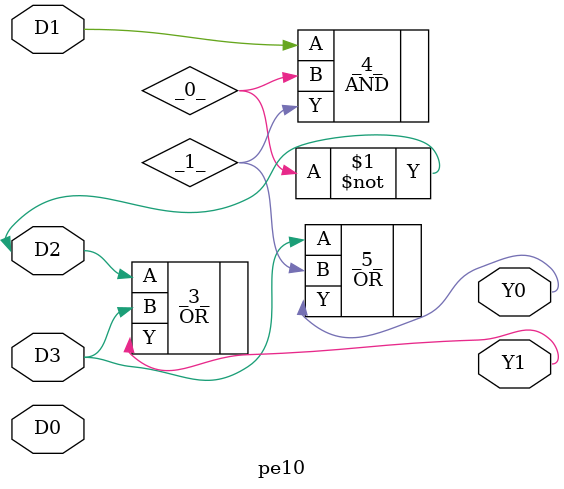
<source format=v>
/* Generated by Yosys 0.41+83 (git sha1 7045cf509, x86_64-w64-mingw32-g++ 13.2.1 -Os) */

/* cells_not_processed =  1  */
/* src = "pe10.v:1.1-14.10" */
module pe10(D0, D1, D2, D3, Y1, Y0);
  wire _0_;
  wire _1_;
  /* src = "pe10.v:3.11-3.13" */
  input D0;
  wire D0;
  /* src = "pe10.v:3.14-3.16" */
  input D1;
  wire D1;
  /* src = "pe10.v:3.17-3.19" */
  input D2;
  wire D2;
  /* src = "pe10.v:3.20-3.22" */
  input D3;
  wire D3;
  /* src = "pe10.v:4.19-4.21" */
  output Y0;
  wire Y0;
  /* src = "pe10.v:4.16-4.18" */
  output Y1;
  wire Y1;
  not _2_ (
    .A(D2),
    .Y(_0_)
  );
  OR _3_ (
    .A(D2),
    .B(D3),
    .Y(Y1)
  );
  AND _4_ (
    .A(D1),
    .B(_0_),
    .Y(_1_)
  );
  OR _5_ (
    .A(D3),
    .B(_1_),
    .Y(Y0)
  );
endmodule

</source>
